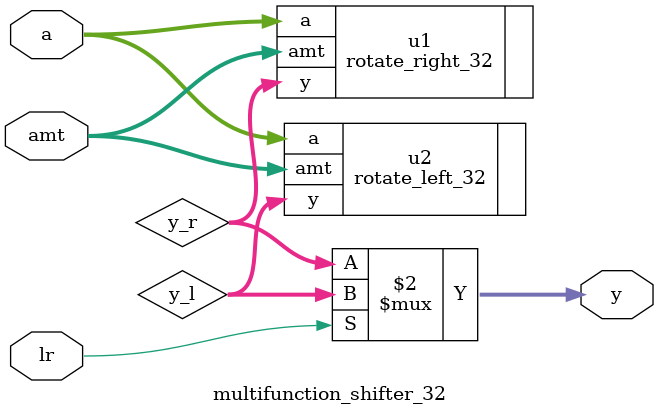
<source format=v>
`timescale 1ns / 1ps


module multifunction_shifter_32(
    input wire [31:0] a,
    input wire [4:0] amt,
    input lr,
    output wire [31:0] y

    );
    
    wire [31:0] y_r ,y_l;
    
    rotate_right_32 u1(
        .a(a),
        .amt(amt),
        .y(y_r)
    );
    
    rotate_left_32 u2(
        .a(a),
        .amt(amt),
        .y(y_l)
    );
    
    
    assign y = (lr == 1'b0) ? y_r:y_l;
    
    
endmodule

</source>
